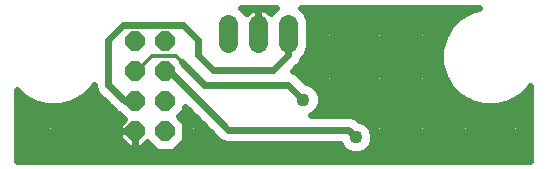
<source format=gbl>
G75*
%MOIN*%
%OFA0B0*%
%FSLAX24Y24*%
%IPPOS*%
%LPD*%
%AMOC8*
5,1,8,0,0,1.08239X$1,22.5*
%
%ADD10C,0.0640*%
%ADD11OC8,0.0640*%
%ADD12C,0.0240*%
%ADD13C,0.0436*%
%ADD14C,0.0120*%
D10*
X007720Y004597D02*
X007720Y005237D01*
X008720Y005237D02*
X008720Y004597D01*
X009720Y004597D02*
X009720Y005237D01*
D11*
X005602Y004661D03*
X004602Y004661D03*
X004602Y003661D03*
X005602Y003661D03*
X005602Y002661D03*
X004602Y002661D03*
X004602Y001661D03*
X005602Y001661D03*
D12*
X000660Y000660D02*
X000660Y003024D01*
X000855Y002829D01*
X001233Y002611D01*
X001655Y002498D01*
X002092Y002498D01*
X002514Y002611D01*
X002892Y002829D01*
X003201Y003138D01*
X003240Y003205D01*
X003240Y003125D01*
X003313Y002948D01*
X003448Y002813D01*
X004007Y002254D01*
X004075Y002226D01*
X004239Y002062D01*
X004062Y001885D01*
X004062Y001661D01*
X004602Y001661D01*
X004602Y001121D01*
X004826Y001121D01*
X005003Y001298D01*
X005320Y000981D01*
X005884Y000981D01*
X006282Y001379D01*
X006282Y001943D01*
X006064Y002161D01*
X006282Y002379D01*
X006282Y002479D01*
X007448Y001313D01*
X007625Y001240D01*
X011440Y001240D01*
X011480Y001143D01*
X011643Y000980D01*
X011855Y000892D01*
X012085Y000892D01*
X012297Y000980D01*
X012460Y001143D01*
X012548Y001355D01*
X012548Y001585D01*
X012460Y001797D01*
X012297Y001960D01*
X012085Y002048D01*
X012071Y002048D01*
X011992Y002127D01*
X011815Y002200D01*
X010475Y002200D01*
X010547Y002230D01*
X010710Y002393D01*
X010798Y002605D01*
X015822Y002605D01*
X015800Y002611D02*
X016222Y002498D01*
X016659Y002498D01*
X017081Y002611D01*
X017459Y002829D01*
X017768Y003138D01*
X017780Y003159D01*
X017780Y000660D01*
X000660Y000660D01*
X000697Y000660D02*
X000697Y002987D01*
X000660Y002844D02*
X000841Y002844D01*
X000936Y002783D02*
X000936Y000660D01*
X001174Y000660D02*
X001174Y002645D01*
X001255Y002605D02*
X000660Y002605D01*
X000660Y002367D02*
X003895Y002367D01*
X003798Y002464D02*
X003798Y000660D01*
X004036Y000660D02*
X004036Y002242D01*
X004173Y002128D02*
X000660Y002128D01*
X000660Y001890D02*
X004067Y001890D01*
X004062Y001661D02*
X004062Y001437D01*
X004378Y001121D01*
X004602Y001121D01*
X004602Y001661D01*
X004602Y001661D01*
X004602Y001661D01*
X004062Y001661D01*
X004062Y001651D02*
X000660Y001651D01*
X000660Y001413D02*
X004087Y001413D01*
X004275Y001225D02*
X004275Y000660D01*
X004513Y000660D02*
X004513Y001121D01*
X004602Y001174D02*
X004602Y001174D01*
X004752Y001121D02*
X004752Y000660D01*
X004990Y000660D02*
X004990Y001285D01*
X004879Y001174D02*
X005127Y001174D01*
X005229Y001073D02*
X005229Y000660D01*
X005467Y000660D02*
X005467Y000981D01*
X005706Y000981D02*
X005706Y000660D01*
X005944Y000660D02*
X005944Y001041D01*
X006077Y001174D02*
X011467Y001174D01*
X011430Y001240D02*
X011430Y000660D01*
X011191Y000660D02*
X011191Y001240D01*
X010953Y001240D02*
X010953Y000660D01*
X010714Y000660D02*
X010714Y001240D01*
X010476Y001240D02*
X010476Y000660D01*
X010237Y000660D02*
X010237Y001240D01*
X009999Y001240D02*
X009999Y000660D01*
X009760Y000660D02*
X009760Y001240D01*
X009522Y001240D02*
X009522Y000660D01*
X009283Y000660D02*
X009283Y001240D01*
X009045Y001240D02*
X009045Y000660D01*
X008806Y000660D02*
X008806Y001240D01*
X008568Y001240D02*
X008568Y000660D01*
X008329Y000660D02*
X008329Y001240D01*
X008091Y001240D02*
X008091Y000660D01*
X007852Y000660D02*
X007852Y001240D01*
X007614Y001245D02*
X007614Y000660D01*
X007375Y000660D02*
X007375Y001386D01*
X007349Y001413D02*
X006282Y001413D01*
X006183Y001280D02*
X006183Y000660D01*
X006421Y000660D02*
X006421Y002340D01*
X006395Y002367D02*
X006269Y002367D01*
X006183Y002280D02*
X006183Y002042D01*
X006096Y002128D02*
X006633Y002128D01*
X006660Y002102D02*
X006660Y000660D01*
X006898Y000660D02*
X006898Y001863D01*
X006872Y001890D02*
X006282Y001890D01*
X006282Y001651D02*
X007110Y001651D01*
X007137Y001625D02*
X007137Y000660D01*
X004602Y001413D02*
X004602Y001413D01*
X004325Y001174D02*
X000660Y001174D01*
X000660Y000936D02*
X011750Y000936D01*
X011668Y000969D02*
X011668Y000660D01*
X011907Y000660D02*
X011907Y000892D01*
X012145Y000917D02*
X012145Y000660D01*
X012384Y000660D02*
X012384Y001066D01*
X012473Y001174D02*
X017780Y001174D01*
X017780Y001413D02*
X012548Y001413D01*
X012521Y001651D02*
X017780Y001651D01*
X017780Y001890D02*
X012368Y001890D01*
X012384Y001874D02*
X012384Y005780D01*
X012622Y005780D02*
X012622Y000660D01*
X012861Y000660D02*
X012861Y005780D01*
X013099Y005780D02*
X013099Y000660D01*
X013338Y000660D02*
X013338Y005780D01*
X013576Y005780D02*
X013576Y000660D01*
X013815Y000660D02*
X013815Y005780D01*
X014053Y005780D02*
X014053Y000660D01*
X014292Y000660D02*
X014292Y005780D01*
X014530Y005780D02*
X014530Y000660D01*
X014769Y000660D02*
X014769Y005780D01*
X015007Y005780D02*
X015007Y004993D01*
X015006Y004990D02*
X010400Y004990D01*
X010400Y004752D02*
X014882Y004752D01*
X014894Y004797D02*
X014781Y004375D01*
X014781Y003939D01*
X014894Y003517D01*
X015113Y003138D01*
X015422Y002829D01*
X015800Y002611D01*
X015723Y002656D02*
X015723Y000660D01*
X015961Y000660D02*
X015961Y002568D01*
X016200Y002504D02*
X016200Y000660D01*
X016438Y000660D02*
X016438Y002498D01*
X016677Y002503D02*
X016677Y000660D01*
X016915Y000660D02*
X016915Y002566D01*
X017059Y002605D02*
X017780Y002605D01*
X017392Y002790D02*
X017392Y000660D01*
X017154Y000660D02*
X017154Y002653D01*
X017473Y002844D02*
X017780Y002844D01*
X017631Y003001D02*
X017631Y000660D01*
X017780Y000697D02*
X000660Y000697D01*
X001413Y000660D02*
X001413Y002563D01*
X001651Y002499D02*
X001651Y000660D01*
X001890Y000660D02*
X001890Y002498D01*
X002128Y002507D02*
X002128Y000660D01*
X002367Y000660D02*
X002367Y002571D01*
X002492Y002605D02*
X003656Y002605D01*
X003559Y002702D02*
X003559Y000660D01*
X003321Y000660D02*
X003321Y002941D01*
X003418Y002844D02*
X002907Y002844D01*
X002844Y002801D02*
X002844Y000660D01*
X003082Y000660D02*
X003082Y003019D01*
X003145Y003082D02*
X003258Y003082D01*
X003720Y003220D02*
X003720Y004720D01*
X004220Y005220D01*
X006220Y005220D01*
X006720Y004720D01*
X006720Y004220D01*
X007220Y003720D01*
X009220Y003720D01*
X009720Y004220D01*
X009720Y004917D01*
X010400Y005229D02*
X015165Y005229D01*
X015113Y005176D02*
X014894Y004797D01*
X014818Y004513D02*
X010400Y004513D01*
X010400Y004462D02*
X010400Y005372D01*
X010296Y005622D01*
X010139Y005780D01*
X016087Y005780D01*
X015800Y005703D01*
X015422Y005485D01*
X015113Y005176D01*
X015246Y005309D02*
X015246Y005780D01*
X015484Y005780D02*
X015484Y005521D01*
X015404Y005467D02*
X010361Y005467D01*
X010237Y005682D02*
X010237Y005780D01*
X010213Y005706D02*
X015809Y005706D01*
X015723Y005658D02*
X015723Y005780D01*
X015961Y005780D02*
X015961Y005746D01*
X012145Y005780D02*
X012145Y002023D01*
X011989Y002128D02*
X017780Y002128D01*
X017780Y002367D02*
X010684Y002367D01*
X010714Y002402D02*
X010714Y002200D01*
X010953Y002200D02*
X010953Y005780D01*
X011191Y005780D02*
X011191Y002200D01*
X011430Y002200D02*
X011430Y005780D01*
X011668Y005780D02*
X011668Y002200D01*
X011907Y002162D02*
X011907Y005780D01*
X010714Y005780D02*
X010714Y003038D01*
X010710Y003047D02*
X010547Y003210D01*
X010335Y003298D01*
X010321Y003298D01*
X009992Y003627D01*
X009860Y003681D01*
X009992Y003813D01*
X010127Y003948D01*
X010193Y004109D01*
X010296Y004212D01*
X010400Y004462D01*
X010323Y004275D02*
X014781Y004275D01*
X014781Y004036D02*
X010163Y004036D01*
X010237Y004152D02*
X010237Y003382D01*
X010298Y003321D02*
X015008Y003321D01*
X015007Y003321D02*
X015007Y000660D01*
X015246Y000660D02*
X015246Y003005D01*
X015169Y003082D02*
X010676Y003082D01*
X010710Y003047D02*
X010798Y002835D01*
X010798Y002605D01*
X010220Y002720D02*
X009720Y003220D01*
X006920Y003220D01*
X006170Y003970D01*
X005779Y003661D02*
X005602Y003661D01*
X005779Y003661D02*
X007720Y001720D01*
X011720Y001720D01*
X011970Y001470D01*
X012190Y000936D02*
X017780Y000936D01*
X015484Y000660D02*
X015484Y002793D01*
X015407Y002844D02*
X010795Y002844D01*
X010476Y003240D02*
X010476Y005780D01*
X009301Y005780D02*
X008139Y005780D01*
X008296Y005622D01*
X008310Y005590D01*
X008368Y005649D01*
X008437Y005699D01*
X008513Y005737D01*
X008594Y005764D01*
X008678Y005777D01*
X008720Y005777D01*
X008720Y004917D01*
X008720Y005777D01*
X008762Y005777D01*
X008846Y005764D01*
X008927Y005737D01*
X009003Y005699D01*
X009072Y005649D01*
X009130Y005590D01*
X009144Y005622D01*
X009301Y005780D01*
X009283Y005780D02*
X009283Y005762D01*
X009227Y005706D02*
X008990Y005706D01*
X009045Y005669D02*
X009045Y005780D01*
X008806Y005770D02*
X008806Y005780D01*
X008720Y005706D02*
X008720Y005706D01*
X008568Y005755D02*
X008568Y005780D01*
X008450Y005706D02*
X008213Y005706D01*
X008329Y005780D02*
X008329Y005610D01*
X008720Y005467D02*
X008720Y005467D01*
X008720Y005229D02*
X008720Y005229D01*
X008720Y004990D02*
X008720Y004990D01*
X008720Y004917D02*
X008720Y004917D01*
X009999Y003820D02*
X009999Y003620D01*
X010060Y003559D02*
X014883Y003559D01*
X014819Y003798D02*
X009976Y003798D01*
X010476Y002200D02*
X010476Y002200D01*
X004602Y002661D02*
X004279Y002661D01*
X003720Y003220D01*
X002605Y002663D02*
X002605Y000660D01*
X004275Y001661D02*
X004275Y001661D01*
X004513Y001661D02*
X004513Y001661D01*
X004602Y001651D02*
X004602Y001651D01*
X017712Y003082D02*
X017780Y003082D01*
D13*
X015770Y002220D03*
X015770Y001470D03*
X011970Y001470D03*
X010220Y002720D03*
X010270Y003870D03*
X013370Y003870D03*
X011020Y005220D03*
X006420Y002170D03*
X003420Y001720D03*
X002420Y001720D03*
D14*
X004602Y003661D02*
X004661Y003661D01*
X005170Y004170D01*
X005970Y004170D01*
X006170Y003970D01*
M02*

</source>
